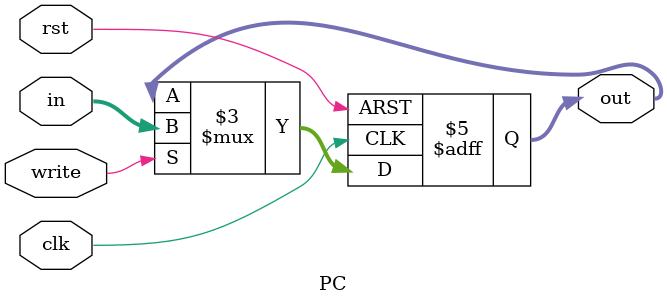
<source format=v>
    `timescale 1ps/1ps

module PC (clk,rst,write,in,out);
    input clk,rst,write;
    input [11:0]in;
    output reg [11:0]out;

    always @(posedge clk, posedge rst) begin
        if(rst)
            out=12'd0;
        else if(write)
            out=in;
    end
endmodule
</source>
